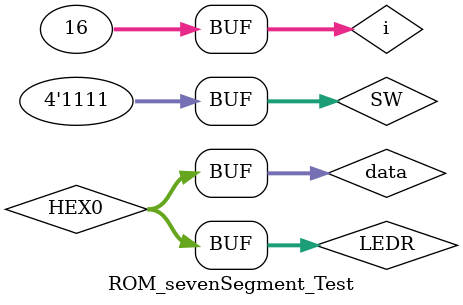
<source format=v>
module ROM_sevenSegment_Test
 ();
 reg [3:0] SW;
 wire [6:0] HEX0;
 wire [6:0] LEDR;


integer i;
 // signal to store received data, so that it can be displayed on
 // two devices i.e. seven segment display and LEDs
 wire [6:0] data;

 ROM_sevenSegment seven_segment_ROM(
 .addr(SW), .data(data)
 );
 
 initial begin
 for(i=0;i<16;i=i+1)
 begin
 SW=i;
 #10;
 end

 end

assign HEX0 = data; // display on seven segment devices
 assign LEDR = data; // display on LEDs

 endmodule
</source>
